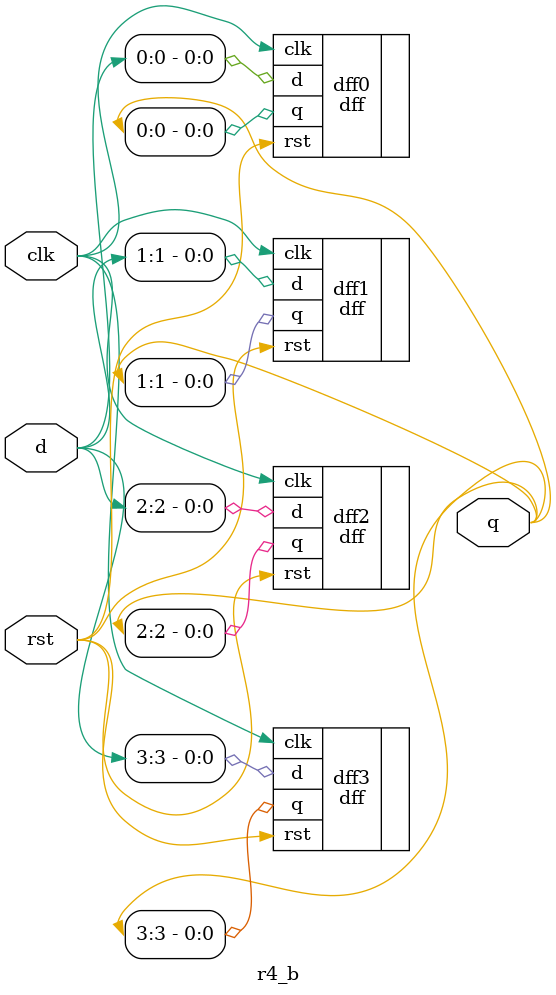
<source format=v>
/* $Author: Garret Huibregtse # */
/* $LastChangedDate: 2019-03-01 18:01 (Fri, 15 March 2019) $ */
/* $Rev: 01 $ */
module r4_b(q, d, clk, rst);
    
    input [3:0] d;
    input clk, rst;
    output [3:0] q;
    
    dff dff0 (.q(q[0]),  .d(d[0]),  .clk(clk), .rst(rst)),
        dff1 (.q(q[1]),  .d(d[1]),  .clk(clk), .rst(rst)),
        dff2 (.q(q[2]),  .d(d[2]),  .clk(clk), .rst(rst)),
        dff3 (.q(q[3]),  .d(d[3]),  .clk(clk), .rst(rst));

endmodule

</source>
